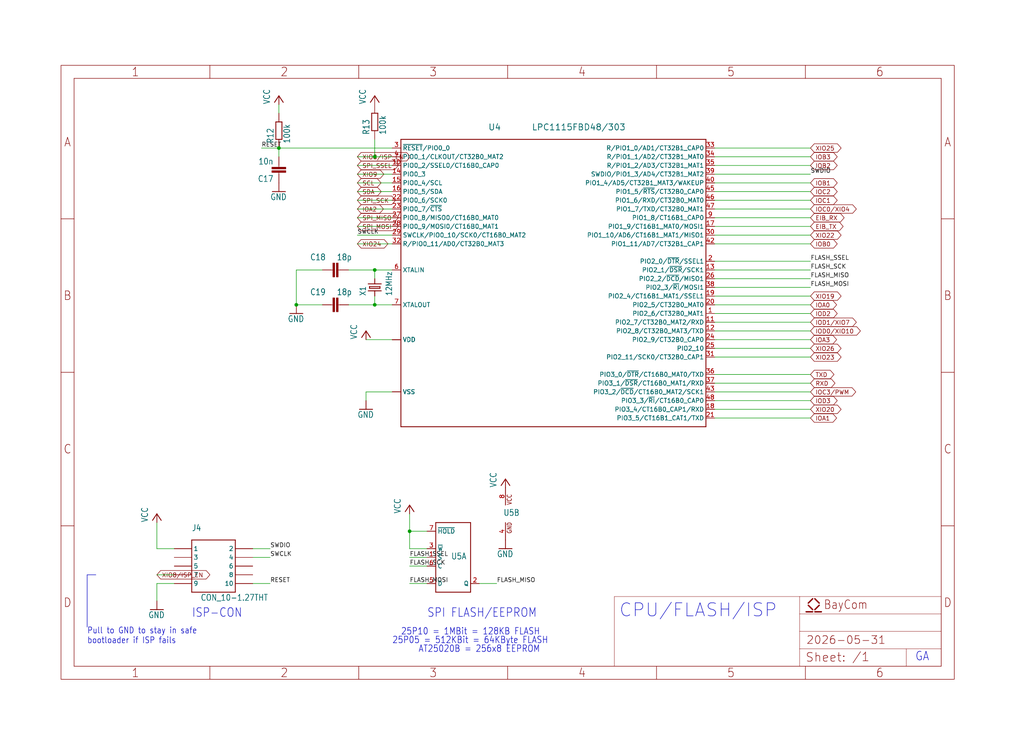
<source format=kicad_sch>
(kicad_sch (version 20230121) (generator eeschema)
  (paper "User" 298.45 217.322)
  (lib_symbols
    (symbol "gnax2-eagle-import:A4L-LOC"
      (symbol "A4L-LOC_1_0"
        (polyline (pts (xy 0 44.7675) (xy 3.81 44.7675)))
        (polyline (pts (xy 0 89.535) (xy 3.81 89.535)))
        (polyline (pts (xy 0 134.3025) (xy 3.81 134.3025)))
        (polyline (pts (xy 3.81 3.81) (xy 3.81 175.26)))
        (polyline (pts (xy 43.3917 0) (xy 43.3917 3.81)))
        (polyline (pts (xy 43.3917 175.26) (xy 43.3917 179.07)))
        (polyline (pts (xy 86.7833 0) (xy 86.7833 3.81)))
        (polyline (pts (xy 86.7833 175.26) (xy 86.7833 179.07)))
        (polyline (pts (xy 130.175 0) (xy 130.175 3.81)))
        (polyline (pts (xy 130.175 175.26) (xy 130.175 179.07)))
        (polyline (pts (xy 161.29 3.81) (xy 161.29 24.13)) (stroke (width 0.1016)))
        (polyline (pts (xy 161.29 24.13) (xy 215.265 24.13)) (stroke (width 0.1016)))
        (polyline (pts (xy 173.5667 0) (xy 173.5667 3.81)))
        (polyline (pts (xy 173.5667 175.26) (xy 173.5667 179.07)))
        (polyline (pts (xy 215.265 8.89) (xy 215.265 3.81)) (stroke (width 0.1016)))
        (polyline (pts (xy 215.265 8.89) (xy 215.265 13.97)) (stroke (width 0.1016)))
        (polyline (pts (xy 215.265 13.97) (xy 215.265 19.05)) (stroke (width 0.1016)))
        (polyline (pts (xy 215.265 13.97) (xy 256.54 13.97)) (stroke (width 0.1016)))
        (polyline (pts (xy 215.265 19.05) (xy 215.265 24.13)) (stroke (width 0.1016)))
        (polyline (pts (xy 215.265 19.05) (xy 256.54 19.05)) (stroke (width 0.1016)))
        (polyline (pts (xy 215.265 24.13) (xy 256.54 24.13)) (stroke (width 0.1016)))
        (polyline (pts (xy 216.9583 0) (xy 216.9583 3.81)))
        (polyline (pts (xy 216.9583 175.26) (xy 216.9583 179.07)))
        (polyline (pts (xy 217.17 19.685) (xy 219.075 19.685)) (stroke (width 0.4064)))
        (polyline (pts (xy 217.805 22.225) (xy 219.075 23.495)) (stroke (width 0.4064)))
        (polyline (pts (xy 219.075 20.32) (xy 217.805 21.59)) (stroke (width 0.4064)))
        (polyline (pts (xy 219.71 19.685) (xy 221.615 19.685)) (stroke (width 0.4064)))
        (polyline (pts (xy 219.71 23.495) (xy 220.98 22.225)) (stroke (width 0.4064)))
        (polyline (pts (xy 220.98 21.59) (xy 219.71 20.32)) (stroke (width 0.4064)))
        (polyline (pts (xy 246.38 3.81) (xy 246.38 8.89)) (stroke (width 0.1016)))
        (polyline (pts (xy 246.38 8.89) (xy 215.265 8.89)) (stroke (width 0.1016)))
        (polyline (pts (xy 246.38 8.89) (xy 256.54 8.89)) (stroke (width 0.1016)))
        (polyline (pts (xy 256.54 3.81) (xy 3.81 3.81)))
        (polyline (pts (xy 256.54 3.81) (xy 256.54 8.89)) (stroke (width 0.1016)))
        (polyline (pts (xy 256.54 3.81) (xy 256.54 175.26)))
        (polyline (pts (xy 256.54 8.89) (xy 256.54 13.97)) (stroke (width 0.1016)))
        (polyline (pts (xy 256.54 13.97) (xy 256.54 19.05)) (stroke (width 0.1016)))
        (polyline (pts (xy 256.54 19.05) (xy 256.54 24.13)) (stroke (width 0.1016)))
        (polyline (pts (xy 256.54 44.7675) (xy 260.35 44.7675)))
        (polyline (pts (xy 256.54 89.535) (xy 260.35 89.535)))
        (polyline (pts (xy 256.54 134.3025) (xy 260.35 134.3025)))
        (polyline (pts (xy 256.54 175.26) (xy 3.81 175.26)))
        (polyline (pts (xy 0 0) (xy 260.35 0) (xy 260.35 179.07) (xy 0 179.07) (xy 0 0)))
        (text "${#}/${##}" (at 230.505 5.08 0) (effects (font (size 2.54 2.54)) (justify left bottom)))
        (text "${CURRENT_DATE}" (at 217.17 10.16 0) (effects (font (size 2.286 2.286)) (justify left bottom)))
        (text "${PROJECTNAME}" (at 217.17 15.24 0) (effects (font (size 2.54 2.54)) (justify left bottom)))
        (text "1" (at 21.6958 1.905 0) (effects (font (size 2.54 2.286))))
        (text "1" (at 21.6958 177.165 0) (effects (font (size 2.54 2.286))))
        (text "2" (at 65.0875 1.905 0) (effects (font (size 2.54 2.286))))
        (text "2" (at 65.0875 177.165 0) (effects (font (size 2.54 2.286))))
        (text "3" (at 108.4792 1.905 0) (effects (font (size 2.54 2.286))))
        (text "3" (at 108.4792 177.165 0) (effects (font (size 2.54 2.286))))
        (text "4" (at 151.8708 1.905 0) (effects (font (size 2.54 2.286))))
        (text "4" (at 151.8708 177.165 0) (effects (font (size 2.54 2.286))))
        (text "5" (at 195.2625 1.905 0) (effects (font (size 2.54 2.286))))
        (text "5" (at 195.2625 177.165 0) (effects (font (size 2.54 2.286))))
        (text "6" (at 238.6542 1.905 0) (effects (font (size 2.54 2.286))))
        (text "6" (at 238.6542 177.165 0) (effects (font (size 2.54 2.286))))
        (text "A" (at 1.905 156.6863 0) (effects (font (size 2.54 2.286))))
        (text "A" (at 258.445 156.6863 0) (effects (font (size 2.54 2.286))))
        (text "B" (at 1.905 111.9188 0) (effects (font (size 2.54 2.286))))
        (text "B" (at 258.445 111.9188 0) (effects (font (size 2.54 2.286))))
        (text "BayCom" (at 222.25 20.32 0) (effects (font (size 2.54 2.159)) (justify left bottom)))
        (text "C" (at 1.905 67.1513 0) (effects (font (size 2.54 2.286))))
        (text "C" (at 258.445 67.1513 0) (effects (font (size 2.54 2.286))))
        (text "D" (at 1.905 22.3838 0) (effects (font (size 2.54 2.286))))
        (text "D" (at 258.445 22.3838 0) (effects (font (size 2.54 2.286))))
        (text "Sheet:" (at 216.916 4.953 0) (effects (font (size 2.54 2.54)) (justify left bottom)))
      )
    )
    (symbol "gnax2-eagle-import:C-EUC0603K"
      (property "Reference" "C" (at 1.524 0.381 0))
      (symbol "C-EUC0603K_1_0"
        (rectangle (start -2.032 -2.032) (end 2.032 -1.524) (fill (type outline)))
        (rectangle (start -2.032 -1.016) (end 2.032 -0.508) (fill (type outline)))
        (polyline (pts (xy 0 -2.54) (xy 0 -2.032)) (stroke (width 0.1524)))
        (polyline (pts (xy 0 0) (xy 0 -0.508)) (stroke (width 0.1524)))
        (pin passive line (at 0 2.54 270) (length 2.54) (name "1") (number "1"))
        (pin passive line (at 0 -5.08 90) (length 2.54) (name "2") (number "2"))
      )
    )
    (symbol "gnax2-eagle-import:CON_10-1.27THT"
      (property "Reference" "J" (at -7.62 7.62 0))
      (symbol "CON_10-1.27THT_1_0"
        (polyline (pts (xy -7.62 -10.16) (xy 5.08 -10.16)) (stroke (width 0.254)))
        (polyline (pts (xy -7.62 5.08) (xy -7.62 -10.16)) (stroke (width 0.254)))
        (polyline (pts (xy 5.08 -10.16) (xy 5.08 5.08)) (stroke (width 0.254)))
        (polyline (pts (xy 5.08 5.08) (xy -7.62 5.08)) (stroke (width 0.254)))
        (pin bidirectional line (at -12.7 2.54 0) (length 5.08) (name "1") (number "1"))
        (pin bidirectional line (at 10.16 -7.62 180) (length 5.08) (name "10") (number "10"))
        (pin bidirectional line (at 10.16 2.54 180) (length 5.08) (name "2") (number "2"))
        (pin bidirectional line (at -12.7 0 0) (length 5.08) (name "3") (number "3"))
        (pin bidirectional line (at 10.16 0 180) (length 5.08) (name "4") (number "4"))
        (pin bidirectional line (at -12.7 -2.54 0) (length 5.08) (name "5") (number "5"))
        (pin bidirectional line (at 10.16 -2.54 180) (length 5.08) (name "6") (number "6"))
        (pin bidirectional line (at -12.7 -5.08 0) (length 5.08) (name "7") (number "7"))
        (pin bidirectional line (at 10.16 -5.08 180) (length 5.08) (name "8") (number "8"))
        (pin bidirectional line (at -12.7 -7.62 0) (length 5.08) (name "9") (number "9"))
      )
    )
    (symbol "gnax2-eagle-import:GND" (power)
      (property "Value" "GND" (at -2.54 -2.54 0))
      (symbol "GND_1_0"
        (polyline (pts (xy -1.905 0) (xy 1.905 0)) (stroke (width 0.254)))
        (pin power_in line (at 0 2.54 270) (length 2.54) (name "GND") (number "1"))
      )
    )
    (symbol "gnax2-eagle-import:LPC1115FBD48/303"
      (property "Reference" "U" (at -43.18 43.18 0))
      (symbol "LPC1115FBD48/303_1_0"
        (polyline (pts (xy -43.18 -43.18) (xy -43.18 40.64)) (stroke (width 0.254)))
        (polyline (pts (xy -43.18 40.64) (xy 45.72 40.64)) (stroke (width 0.254)))
        (polyline (pts (xy 45.72 -43.18) (xy -43.18 -43.18)) (stroke (width 0.254)))
        (polyline (pts (xy 45.72 40.64) (xy 45.72 -43.18)) (stroke (width 0.254)))
        (pin bidirectional line (at 48.26 -10.16 180) (length 2.54) (name "PIO2_6/CT32B0_MAT1") (number "1"))
        (pin bidirectional line (at -45.72 33.02 0) (length 2.54) (name "PIO0_2/SSEL0/CT16B0_CAP0") (number "10"))
        (pin bidirectional line (at 48.26 -12.7 180) (length 2.54) (name "PIO2_7/CT32B0_MAT2/RXD") (number "11"))
        (pin bidirectional line (at 48.26 -15.24 180) (length 2.54) (name "PIO2_8/CT32B0_MAT3/TXD") (number "12"))
        (pin bidirectional line (at 48.26 2.54 180) (length 2.54) (name "PIO2_1/~{DSR}/SCK1") (number "13"))
        (pin bidirectional line (at -45.72 30.48 0) (length 2.54) (name "PIO0_3") (number "14"))
        (pin bidirectional line (at -45.72 27.94 0) (length 2.54) (name "PIO0_4/SCL") (number "15"))
        (pin bidirectional line (at -45.72 25.4 0) (length 2.54) (name "PIO0_5/SDA") (number "16"))
        (pin bidirectional line (at 48.26 15.24 180) (length 2.54) (name "PIO1_9/CT16B1_MAT0/MOSI1") (number "17"))
        (pin bidirectional line (at 48.26 -38.1 180) (length 2.54) (name "PIO3_4/CT16B0_CAP1/RXD") (number "18"))
        (pin bidirectional line (at 48.26 -5.08 180) (length 2.54) (name "PIO2_4/CT16B1_MAT1/SSEL1") (number "19"))
        (pin bidirectional line (at 48.26 5.08 180) (length 2.54) (name "PIO2_0/~{DTR}/SSEL1") (number "2"))
        (pin bidirectional line (at 48.26 -7.62 180) (length 2.54) (name "PIO2_5/CT32B0_MAT0") (number "20"))
        (pin bidirectional line (at 48.26 -40.64 180) (length 2.54) (name "PIO3_5/CT16B1_CAT1/TXD") (number "21"))
        (pin bidirectional line (at -45.72 22.86 0) (length 2.54) (name "PIO0_6/SCK0") (number "22"))
        (pin bidirectional line (at -45.72 20.32 0) (length 2.54) (name "PIO0_7/~{CTS}") (number "23"))
        (pin bidirectional line (at 48.26 -17.78 180) (length 2.54) (name "PIO2_9/CT32B0_CAP0") (number "24"))
        (pin bidirectional line (at 48.26 -20.32 180) (length 2.54) (name "PIO2_10") (number "25"))
        (pin bidirectional line (at 48.26 0 180) (length 2.54) (name "PIO2_2/~{DCD}/MISO1") (number "26"))
        (pin bidirectional line (at -45.72 17.78 0) (length 2.54) (name "PIO0_8/MISO0/CT16B0_MAT0") (number "27"))
        (pin bidirectional line (at -45.72 15.24 0) (length 2.54) (name "PIO0_9/MOSI0/CT16B0_MAT1") (number "28"))
        (pin bidirectional line (at -45.72 12.7 0) (length 2.54) (name "SWCLK/PIO0_10/SCK0/CT16B0_MAT2") (number "29"))
        (pin bidirectional line (at -45.72 38.1 0) (length 2.54) (name "~{RESET}/PIO0_0") (number "3"))
        (pin bidirectional line (at 48.26 12.7 180) (length 2.54) (name "PIO1_10/AD6/CT16B1_MAT1/MISO1") (number "30"))
        (pin bidirectional line (at 48.26 -22.86 180) (length 2.54) (name "PIO2_11/SCK0/CT32B0_CAP1") (number "31"))
        (pin bidirectional line (at -45.72 10.16 0) (length 2.54) (name "R/PIO0_11/AD0/CT32B0_MAT3") (number "32"))
        (pin bidirectional line (at 48.26 38.1 180) (length 2.54) (name "R/PIO1_0/AD1/CT32B1_CAP0") (number "33"))
        (pin bidirectional line (at 48.26 35.56 180) (length 2.54) (name "R/PIO1_1/AD2/CT32B1_MAT0") (number "34"))
        (pin bidirectional line (at 48.26 33.02 180) (length 2.54) (name "R/PIO1_2/AD3/CT32B1_MAT1") (number "35"))
        (pin bidirectional line (at 48.26 -27.94 180) (length 2.54) (name "PIO3_0/~{DTR}/CT16B0_MAT0/TXD") (number "36"))
        (pin bidirectional line (at 48.26 -30.48 180) (length 2.54) (name "PIO3_1/~{DSR}/CT16B0_MAT1/RXD") (number "37"))
        (pin bidirectional line (at 48.26 -2.54 180) (length 2.54) (name "PIO2_3/~{RI}/MOSI1") (number "38"))
        (pin bidirectional line (at 48.26 30.48 180) (length 2.54) (name "SWDIO/PIO1_3/AD4/CT32B1_MAT2") (number "39"))
        (pin bidirectional line (at -45.72 35.56 0) (length 2.54) (name "PIO0_1/CLKOUT/CT32B0_MAT2") (number "4"))
        (pin bidirectional line (at 48.26 27.94 180) (length 2.54) (name "PIO1_4/AD5/CT32B1_MAT3/WAKEUP") (number "40"))
        (pin power_in line (at -45.72 -33.02 0) (length 2.54) (name "VSS") (number "41"))
        (pin bidirectional line (at 48.26 10.16 180) (length 2.54) (name "PIO1_11/AD7/CT32B1_CAP1") (number "42"))
        (pin bidirectional line (at 48.26 -33.02 180) (length 2.54) (name "PIO3_2/~{DCD}/CT16B0_MAT2/SCK1") (number "43"))
        (pin power_in line (at -45.72 -17.78 0) (length 2.54) (name "VDD") (number "44"))
        (pin bidirectional line (at 48.26 25.4 180) (length 2.54) (name "PIO1_5/~{RTS}/CT32B0_CAP0") (number "45"))
        (pin bidirectional line (at 48.26 22.86 180) (length 2.54) (name "PIO1_6/RXD/CT32B0_MAT0") (number "46"))
        (pin bidirectional line (at 48.26 20.32 180) (length 2.54) (name "PIO1_7/TXD/CT32B0_MAT1") (number "47"))
        (pin bidirectional line (at 48.26 -35.56 180) (length 2.54) (name "PIO3_3/~{RI}/CT16B0_CAP0") (number "48"))
        (pin power_in line (at -45.72 -33.02 0) (length 2.54) (name "VSS") (number "5"))
        (pin input line (at -45.72 2.54 0) (length 2.54) (name "XTALIN") (number "6"))
        (pin output line (at -45.72 -7.62 0) (length 2.54) (name "XTALOUT") (number "7"))
        (pin power_in line (at -45.72 -17.78 0) (length 2.54) (name "VDD") (number "8"))
        (pin bidirectional line (at 48.26 17.78 180) (length 2.54) (name "PIO1_8/CT16B1_CAP0") (number "9"))
      )
    )
    (symbol "gnax2-eagle-import:R-EU_R0603"
      (property "Reference" "R" (at -3.81 1.4986 0))
      (symbol "R-EU_R0603_1_0"
        (polyline (pts (xy -2.54 -0.889) (xy -2.54 0.889)) (stroke (width 0.254)))
        (polyline (pts (xy -2.54 -0.889) (xy 2.54 -0.889)) (stroke (width 0.254)))
        (polyline (pts (xy 2.54 -0.889) (xy 2.54 0.889)) (stroke (width 0.254)))
        (polyline (pts (xy 2.54 0.889) (xy -2.54 0.889)) (stroke (width 0.254)))
        (pin passive line (at -5.08 0 0) (length 2.54) (name "1") (number "1"))
        (pin passive line (at 5.08 0 180) (length 2.54) (name "2") (number "2"))
      )
    )
    (symbol "gnax2-eagle-import:ST95P08M"
      (property "Reference" "IC" (at -0.635 -0.635 0))
      (symbol "ST95P08M_1_0"
        (polyline (pts (xy -5.08 -10.16) (xy 5.08 -10.16)) (stroke (width 0.254)))
        (polyline (pts (xy -5.08 10.16) (xy -5.08 -10.16)) (stroke (width 0.254)))
        (polyline (pts (xy 5.08 -10.16) (xy 5.08 10.16)) (stroke (width 0.254)))
        (polyline (pts (xy 5.08 10.16) (xy -5.08 10.16)) (stroke (width 0.254)))
        (pin input line (at -7.62 0 0) (length 2.54) (name "~{S}") (number "1"))
        (pin tri_state line (at 7.62 -7.62 180) (length 2.54) (name "Q") (number "2"))
        (pin input line (at -7.62 2.54 0) (length 2.54) (name "~{W}") (number "3"))
        (pin input line (at -7.62 -7.62 0) (length 2.54) (name "D") (number "5"))
        (pin input line (at -7.62 -2.54 0) (length 2.54) (name "C") (number "6"))
        (pin input line (at -7.62 7.62 0) (length 2.54) (name "~{HOLD}") (number "7"))
      )
      (symbol "ST95P08M_2_0"
        (text "GND" (at 1.905 -5.842 900) (effects (font (size 1.27 1.0795)) (justify left bottom)))
        (text "VCC" (at 1.905 2.54 900) (effects (font (size 1.27 1.0795)) (justify left bottom)))
        (pin power_in line (at 0 -7.62 90) (length 5.08) (name "GND") (number "4"))
        (pin power_in line (at 0 7.62 270) (length 5.08) (name "VCC") (number "8"))
      )
    )
    (symbol "gnax2-eagle-import:VCC" (power)
      (property "Value" "VCC" (at -2.54 -2.54 90))
      (symbol "VCC_1_0"
        (polyline (pts (xy 0 0) (xy -1.27 -1.905)) (stroke (width 0.254)))
        (polyline (pts (xy 1.27 -1.905) (xy 0 0)) (stroke (width 0.254)))
        (pin power_in line (at 0 -2.54 90) (length 2.54) (name "VCC") (number "1"))
      )
    )
    (symbol "gnax2-eagle-import:XTAL5X3.2"
      (property "Reference" "X" (at -2.54 2.54 0))
      (symbol "XTAL5X3.2_1_0"
        (polyline (pts (xy -2.54 0) (xy -1.016 0)) (stroke (width 0.254)))
        (polyline (pts (xy -1.016 0) (xy -1.016 -1.905)) (stroke (width 0.254)))
        (polyline (pts (xy -1.016 1.905) (xy -1.016 0)) (stroke (width 0.254)))
        (polyline (pts (xy -0.254 -1.524) (xy 0.254 -1.524)) (stroke (width 0.254)))
        (polyline (pts (xy -0.254 1.524) (xy -0.254 -1.524)) (stroke (width 0.254)))
        (polyline (pts (xy 0.254 -1.524) (xy 0.254 1.524)) (stroke (width 0.254)))
        (polyline (pts (xy 0.254 1.524) (xy -0.254 1.524)) (stroke (width 0.254)))
        (polyline (pts (xy 1.016 0) (xy 1.016 -1.905)) (stroke (width 0.254)))
        (polyline (pts (xy 1.016 1.905) (xy 1.016 0)) (stroke (width 0.254)))
        (polyline (pts (xy 2.54 0) (xy 1.016 0)) (stroke (width 0.254)))
        (pin bidirectional line (at -2.54 0 0) (length 0) (name "P$1") (number "1"))
        (pin bidirectional line (at 2.54 0 180) (length 0) (name "P$2") (number "2"))
      )
    )
  )
  (junction (at 109.22 45.72))
  (junction (at 109.22 78.74))
  (junction (at 109.22 88.9))
  (junction (at 86.36 88.9))
  (junction (at 81.28 43.18))
  (junction (at 119.38 154.94))
  (wire (pts (xy 208.28 88.9) (xy 236.22 88.9)) (stroke (width 0.1524)))
  (wire (pts (xy 114.3 43.18) (xy 81.28 43.18)) (stroke (width 0.1524)))
  (wire (pts (xy 208.28 119.38) (xy 236.22 119.38)) (stroke (width 0.1524)))
  (wire (pts (xy 81.28 43.18) (xy 76.2 43.18)) (stroke (width 0.1524)))
  (wire (pts (xy 81.28 33.02) (xy 81.28 30.48)) (stroke (width 0.1524)))
  (wire (pts (xy 45.72 170.18) (xy 45.72 175.26)) (stroke (width 0.1524)))
  (wire (pts (xy 208.28 55.88) (xy 236.22 55.88)) (stroke (width 0.1524)))
  (wire (pts (xy 114.3 53.34) (xy 104.14 53.34)) (stroke (width 0.1524)))
  (wire (pts (xy 114.3 99.06) (xy 106.68 99.06)) (stroke (width 0.1524)))
  (wire (pts (xy 114.3 63.5) (xy 104.14 63.5)) (stroke (width 0.1524)))
  (polyline (pts (xy 25.4 167.64) (xy 27.94 167.64)) (stroke (width 0.1524) (type solid)))
  (wire (pts (xy 208.28 45.72) (xy 236.22 45.72)) (stroke (width 0.1524)))
  (wire (pts (xy 208.28 114.3) (xy 236.22 114.3)) (stroke (width 0.1524)))
  (wire (pts (xy 208.28 93.98) (xy 236.22 93.98)) (stroke (width 0.1524)))
  (wire (pts (xy 208.28 101.6) (xy 236.22 101.6)) (stroke (width 0.1524)))
  (wire (pts (xy 124.46 162.56) (xy 119.38 162.56)) (stroke (width 0.1524)))
  (wire (pts (xy 119.38 160.02) (xy 119.38 154.94)) (stroke (width 0.1524)))
  (wire (pts (xy 109.22 45.72) (xy 104.14 45.72)) (stroke (width 0.1524)))
  (wire (pts (xy 86.36 78.74) (xy 86.36 88.9)) (stroke (width 0.1524)))
  (wire (pts (xy 50.8 170.18) (xy 45.72 170.18)) (stroke (width 0.1524)))
  (wire (pts (xy 208.28 53.34) (xy 236.22 53.34)) (stroke (width 0.1524)))
  (wire (pts (xy 109.22 86.36) (xy 109.22 88.9)) (stroke (width 0.1524)))
  (wire (pts (xy 124.46 170.18) (xy 119.38 170.18)) (stroke (width 0.1524)))
  (wire (pts (xy 208.28 50.8) (xy 236.22 50.8)) (stroke (width 0.1524)))
  (wire (pts (xy 119.38 154.94) (xy 119.38 149.86)) (stroke (width 0.1524)))
  (wire (pts (xy 81.28 43.18) (xy 81.28 45.72)) (stroke (width 0.1524)))
  (wire (pts (xy 208.28 109.22) (xy 236.22 109.22)) (stroke (width 0.1524)))
  (wire (pts (xy 208.28 81.28) (xy 236.22 81.28)) (stroke (width 0.1524)))
  (wire (pts (xy 208.28 78.74) (xy 236.22 78.74)) (stroke (width 0.1524)))
  (wire (pts (xy 208.28 83.82) (xy 236.22 83.82)) (stroke (width 0.1524)))
  (wire (pts (xy 114.3 58.42) (xy 104.14 58.42)) (stroke (width 0.1524)))
  (wire (pts (xy 208.28 43.18) (xy 236.22 43.18)) (stroke (width 0.1524)))
  (wire (pts (xy 208.28 58.42) (xy 236.22 58.42)) (stroke (width 0.1524)))
  (wire (pts (xy 124.46 160.02) (xy 119.38 160.02)) (stroke (width 0.1524)))
  (wire (pts (xy 208.28 60.96) (xy 236.22 60.96)) (stroke (width 0.1524)))
  (wire (pts (xy 208.28 104.14) (xy 236.22 104.14)) (stroke (width 0.1524)))
  (wire (pts (xy 109.22 81.28) (xy 109.22 78.74)) (stroke (width 0.1524)))
  (wire (pts (xy 124.46 165.1) (xy 119.38 165.1)) (stroke (width 0.1524)))
  (polyline (pts (xy 25.4 182.88) (xy 25.4 167.64)) (stroke (width 0.1524) (type solid)))
  (wire (pts (xy 208.28 76.2) (xy 236.22 76.2)) (stroke (width 0.1524)))
  (wire (pts (xy 114.3 50.8) (xy 104.14 50.8)) (stroke (width 0.1524)))
  (wire (pts (xy 208.28 86.36) (xy 236.22 86.36)) (stroke (width 0.1524)))
  (wire (pts (xy 208.28 66.04) (xy 236.22 66.04)) (stroke (width 0.1524)))
  (wire (pts (xy 124.46 154.94) (xy 119.38 154.94)) (stroke (width 0.1524)))
  (wire (pts (xy 208.28 48.26) (xy 236.22 48.26)) (stroke (width 0.1524)))
  (wire (pts (xy 114.3 60.96) (xy 104.14 60.96)) (stroke (width 0.1524)))
  (wire (pts (xy 73.66 170.18) (xy 78.74 170.18)) (stroke (width 0.1524)))
  (wire (pts (xy 73.66 160.02) (xy 78.74 160.02)) (stroke (width 0.1524)))
  (wire (pts (xy 114.3 66.04) (xy 104.14 66.04)) (stroke (width 0.1524)))
  (wire (pts (xy 101.6 78.74) (xy 109.22 78.74)) (stroke (width 0.1524)))
  (wire (pts (xy 50.8 160.02) (xy 45.72 160.02)) (stroke (width 0.1524)))
  (wire (pts (xy 208.28 71.12) (xy 236.22 71.12)) (stroke (width 0.1524)))
  (wire (pts (xy 208.28 96.52) (xy 236.22 96.52)) (stroke (width 0.1524)))
  (wire (pts (xy 109.22 88.9) (xy 114.3 88.9)) (stroke (width 0.1524)))
  (wire (pts (xy 45.72 160.02) (xy 45.72 152.4)) (stroke (width 0.1524)))
  (wire (pts (xy 114.3 71.12) (xy 104.14 71.12)) (stroke (width 0.1524)))
  (wire (pts (xy 109.22 40.64) (xy 109.22 45.72)) (stroke (width 0.1524)))
  (wire (pts (xy 208.28 116.84) (xy 236.22 116.84)) (stroke (width 0.1524)))
  (wire (pts (xy 93.98 78.74) (xy 86.36 78.74)) (stroke (width 0.1524)))
  (wire (pts (xy 139.7 170.18) (xy 144.78 170.18)) (stroke (width 0.1524)))
  (wire (pts (xy 208.28 68.58) (xy 236.22 68.58)) (stroke (width 0.1524)))
  (wire (pts (xy 86.36 88.9) (xy 93.98 88.9)) (stroke (width 0.1524)))
  (wire (pts (xy 101.6 88.9) (xy 109.22 88.9)) (stroke (width 0.1524)))
  (wire (pts (xy 106.68 114.3) (xy 106.68 116.84)) (stroke (width 0.1524)))
  (wire (pts (xy 73.66 162.56) (xy 78.74 162.56)) (stroke (width 0.1524)))
  (wire (pts (xy 50.8 167.64) (xy 45.72 167.64)) (stroke (width 0.1524)))
  (wire (pts (xy 208.28 121.92) (xy 236.22 121.92)) (stroke (width 0.1524)))
  (wire (pts (xy 208.28 99.06) (xy 236.22 99.06)) (stroke (width 0.1524)))
  (wire (pts (xy 208.28 111.76) (xy 236.22 111.76)) (stroke (width 0.1524)))
  (wire (pts (xy 208.28 63.5) (xy 236.22 63.5)) (stroke (width 0.1524)))
  (wire (pts (xy 114.3 68.58) (xy 104.14 68.58)) (stroke (width 0.1524)))
  (wire (pts (xy 109.22 78.74) (xy 114.3 78.74)) (stroke (width 0.1524)))
  (wire (pts (xy 114.3 55.88) (xy 104.14 55.88)) (stroke (width 0.1524)))
  (wire (pts (xy 114.3 48.26) (xy 104.14 48.26)) (stroke (width 0.1524)))
  (wire (pts (xy 208.28 91.44) (xy 236.22 91.44)) (stroke (width 0.1524)))
  (wire (pts (xy 114.3 45.72) (xy 109.22 45.72)) (stroke (width 0.1524)))
  (wire (pts (xy 114.3 114.3) (xy 106.68 114.3)) (stroke (width 0.1524)))
  (text "25P10 = 1MBit = 128KB FLASH" (at 116.84 185.42 0) (effects (font (size 1.9304 1.6408)) (justify left bottom)))
  (text "25P05 = 512KBit = 64KByte FLASH" (at 114.3 187.96 0) (effects (font (size 1.9304 1.6408)) (justify left bottom)))
  (text "ISP-CON" (at 55.88 180.34 0) (effects (font (size 2.54 2.159)) (justify left bottom)))
  (text "GA" (at 266.7 193.04 0) (effects (font (size 2.54 2.159)) (justify left bottom)))
  (text "CPU/FLASH/ISP" (at 180.34 180.34 0) (effects (font (size 3.81 3.81)) (justify left bottom)))
  (text "AT25020B = 256x8 EEPROM" (at 121.92 190.5 0) (effects (font (size 1.9304 1.6408)) (justify left bottom)))
  (text "SPI FLASH/EEPROM" (at 124.46 180.34 0) (effects (font (size 2.54 2.159)) (justify left bottom)))
  (text "Pull to GND to stay in safe\nbootloader if ISP fails" (at 25.4 187.96 0) (effects (font (size 1.778 1.5113)) (justify left bottom)))
  (label "FLASH_SCK" (at 236.22 78.74 0) (effects (font (size 1.2446 1.2446))))
  (label "RESET" (at 78.74 170.18 0) (effects (font (size 1.2446 1.2446))))
  (label "FLASH_MISO" (at 144.78 170.18 0) (effects (font (size 1.2446 1.2446))))
  (label "FLASH_MOSI" (at 119.38 170.18 0) (effects (font (size 1.2446 1.2446))))
  (label "FLASH_MOSI" (at 236.22 83.82 0) (effects (font (size 1.2446 1.2446))))
  (label "RESET" (at 76.2 43.18 0) (effects (font (size 1.2446 1.2446))))
  (label "FLASH_SSEL" (at 236.22 76.2 0) (effects (font (size 1.2446 1.2446))))
  (label "FLASH_SSEL" (at 119.38 162.56 0) (effects (font (size 1.2446 1.2446))))
  (label "SWCLK" (at 78.74 162.56 0) (effects (font (size 1.2446 1.2446))))
  (label "FLASH_SCK" (at 119.38 165.1 0) (effects (font (size 1.2446 1.2446))))
  (label "SWCLK" (at 104.14 68.58 0) (effects (font (size 1.2446 1.2446))))
  (label "SWDIO" (at 236.22 50.8 0) (effects (font (size 1.2446 1.2446))))
  (label "SWDIO" (at 78.74 160.02 0) (effects (font (size 1.2446 1.2446))))
  (label "FLASH_MISO" (at 236.22 81.28 0) (effects (font (size 1.2446 1.2446))))
  (global_label "IOA0" (shape bidirectional) (at 236.22 88.9 0) (effects (font (size 1.2446 1.2446))) (property "Intersheetrefs" "${INTERSHEET_REFS}" (effects hide)))
  (global_label "IOD2" (shape bidirectional) (at 236.22 91.44 0) (effects (font (size 1.2446 1.2446))) (property "Intersheetrefs" "${INTERSHEET_REFS}" (effects hide)))
  (global_label "SDA" (shape bidirectional) (at 104.14 55.88 0) (effects (font (size 1.2446 1.2446))) (property "Intersheetrefs" "${INTERSHEET_REFS}" (effects hide)))
  (global_label "SCL" (shape bidirectional) (at 104.14 53.34 0) (effects (font (size 1.2446 1.2446))) (property "Intersheetrefs" "${INTERSHEET_REFS}" (effects hide)))
  (global_label "SPI_SCK" (shape bidirectional) (at 104.14 58.42 0) (effects (font (size 1.2446 1.2446))) (property "Intersheetrefs" "${INTERSHEET_REFS}" (effects hide)))
  (global_label "IOA3" (shape bidirectional) (at 236.22 99.06 0) (effects (font (size 1.2446 1.2446))) (property "Intersheetrefs" "${INTERSHEET_REFS}" (effects hide)))
  (global_label "SPI_SSEL" (shape bidirectional) (at 104.14 48.26 0) (effects (font (size 1.2446 1.2446))) (property "Intersheetrefs" "${INTERSHEET_REFS}" (effects hide)))
  (global_label "XIO9" (shape bidirectional) (at 104.14 50.8 0) (effects (font (size 1.2446 1.2446))) (property "Intersheetrefs" "${INTERSHEET_REFS}" (effects hide)))
  (global_label "IOD3" (shape bidirectional) (at 236.22 116.84 0) (effects (font (size 1.2446 1.2446))) (property "Intersheetrefs" "${INTERSHEET_REFS}" (effects hide)))
  (global_label "IOA1" (shape bidirectional) (at 236.22 121.92 0) (effects (font (size 1.2446 1.2446))) (property "Intersheetrefs" "${INTERSHEET_REFS}" (effects hide)))
  (global_label "IOC2" (shape bidirectional) (at 236.22 55.88 0) (effects (font (size 1.2446 1.2446))) (property "Intersheetrefs" "${INTERSHEET_REFS}" (effects hide)))
  (global_label "IOB3" (shape bidirectional) (at 236.22 45.72 0) (effects (font (size 1.2446 1.2446))) (property "Intersheetrefs" "${INTERSHEET_REFS}" (effects hide)))
  (global_label "XIO23" (shape bidirectional) (at 236.22 104.14 0) (effects (font (size 1.2446 1.2446))) (property "Intersheetrefs" "${INTERSHEET_REFS}" (effects hide)))
  (global_label "RXD" (shape bidirectional) (at 236.22 111.76 0) (effects (font (size 1.2446 1.2446))) (property "Intersheetrefs" "${INTERSHEET_REFS}" (effects hide)))
  (global_label "IOC0/XIO4" (shape bidirectional) (at 236.22 60.96 0) (effects (font (size 1.2446 1.2446))) (property "Intersheetrefs" "${INTERSHEET_REFS}" (effects hide)))
  (global_label "EIB_TX" (shape bidirectional) (at 236.22 66.04 0) (effects (font (size 1.2446 1.2446))) (property "Intersheetrefs" "${INTERSHEET_REFS}" (effects hide)))
  (global_label "IOC1" (shape bidirectional) (at 236.22 58.42 0) (effects (font (size 1.2446 1.2446))) (property "Intersheetrefs" "${INTERSHEET_REFS}" (effects hide)))
  (global_label "XIO20" (shape bidirectional) (at 236.22 119.38 0) (effects (font (size 1.2446 1.2446))) (property "Intersheetrefs" "${INTERSHEET_REFS}" (effects hide)))
  (global_label "XIO19" (shape bidirectional) (at 236.22 86.36 0) (effects (font (size 1.2446 1.2446))) (property "Intersheetrefs" "${INTERSHEET_REFS}" (effects hide)))
  (global_label "XIO8/ISP_EN" (shape bidirectional) (at 104.14 45.72 0) (effects (font (size 1.2446 1.2446))) (property "Intersheetrefs" "${INTERSHEET_REFS}" (effects hide)))
  (global_label "IOB2" (shape bidirectional) (at 236.22 48.26 0) (effects (font (size 1.2446 1.2446))) (property "Intersheetrefs" "${INTERSHEET_REFS}" (effects hide)))
  (global_label "SPI_MOSI" (shape bidirectional) (at 104.14 66.04 0) (effects (font (size 1.2446 1.2446))) (property "Intersheetrefs" "${INTERSHEET_REFS}" (effects hide)))
  (global_label "IOD0/XIO10" (shape bidirectional) (at 236.22 96.52 0) (effects (font (size 1.2446 1.2446))) (property "Intersheetrefs" "${INTERSHEET_REFS}" (effects hide)))
  (global_label "TXD" (shape bidirectional) (at 236.22 109.22 0) (effects (font (size 1.2446 1.2446))) (property "Intersheetrefs" "${INTERSHEET_REFS}" (effects hide)))
  (global_label "IOA2" (shape bidirectional) (at 104.14 60.96 0) (effects (font (size 1.2446 1.2446))) (property "Intersheetrefs" "${INTERSHEET_REFS}" (effects hide)))
  (global_label "XIO8/ISP_EN" (shape bidirectional) (at 45.72 167.64 0) (effects (font (size 1.2446 1.2446))) (property "Intersheetrefs" "${INTERSHEET_REFS}" (effects hide)))
  (global_label "IOD1/XIO7" (shape bidirectional) (at 236.22 93.98 0) (effects (font (size 1.2446 1.2446))) (property "Intersheetrefs" "${INTERSHEET_REFS}" (effects hide)))
  (global_label "XIO24" (shape bidirectional) (at 104.14 71.12 0) (effects (font (size 1.2446 1.2446))) (property "Intersheetrefs" "${INTERSHEET_REFS}" (effects hide)))
  (global_label "XIO25" (shape bidirectional) (at 236.22 43.18 0) (effects (font (size 1.2446 1.2446))) (property "Intersheetrefs" "${INTERSHEET_REFS}" (effects hide)))
  (global_label "SPI_MISO" (shape bidirectional) (at 104.14 63.5 0) (effects (font (size 1.2446 1.2446))) (property "Intersheetrefs" "${INTERSHEET_REFS}" (effects hide)))
  (global_label "IOB0" (shape bidirectional) (at 236.22 71.12 0) (effects (font (size 1.2446 1.2446))) (property "Intersheetrefs" "${INTERSHEET_REFS}" (effects hide)))
  (global_label "IOB1" (shape bidirectional) (at 236.22 53.34 0) (effects (font (size 1.2446 1.2446))) (property "Intersheetrefs" "${INTERSHEET_REFS}" (effects hide)))
  (global_label "XIO26" (shape bidirectional) (at 236.22 101.6 0) (effects (font (size 1.2446 1.2446))) (property "Intersheetrefs" "${INTERSHEET_REFS}" (effects hide)))
  (global_label "XIO22" (shape bidirectional) (at 236.22 68.58 0) (effects (font (size 1.2446 1.2446))) (property "Intersheetrefs" "${INTERSHEET_REFS}" (effects hide)))
  (global_label "EIB_RX" (shape bidirectional) (at 236.22 63.5 0) (effects (font (size 1.2446 1.2446))) (property "Intersheetrefs" "${INTERSHEET_REFS}" (effects hide)))
  (global_label "IOC3/PWM" (shape bidirectional) (at 236.22 114.3 0) (effects (font (size 1.2446 1.2446))) (property "Intersheetrefs" "${INTERSHEET_REFS}" (effects hide)))
  (symbol (lib_id "gnax2-eagle-import:VCC") (at 147.32 139.7 0) (unit 1)
    (property "Reference" "#P+6" (effects hide))
    (property "Value" "VCC" (at 144.78 142.24 90) (effects (font (size 1.778 1.5113)) (justify left bottom)))
  )
  (symbol (lib_id "gnax2-eagle-import:GND") (at 86.36 91.44 0) (unit 1)
    (property "Reference" "#GND9" (effects hide))
    (property "Value" "GND" (at 83.82 93.98 0) (effects (font (size 1.778 1.5113)) (justify left bottom)))
  )
  (symbol (lib_id "gnax2-eagle-import:VCC") (at 81.28 27.94 0) (unit 1)
    (property "Reference" "#P+2" (effects hide))
    (property "Value" "VCC" (at 78.74 30.48 90) (effects (font (size 1.778 1.5113)) (justify left bottom)))
  )
  (symbol (lib_id "gnax2-eagle-import:ST95P08M") (at 132.08 162.56 0) (unit 1)
    (property "Reference" "U5" (at 131.445 163.195 0) (effects (font (size 1.778 1.5113)) (justify left bottom)))
    (property "Value" "ST95P08M" (effects hide))
    (property "Footprint" "gnax2:SO08" (effects hide))
  )
  (symbol (lib_id "gnax2-eagle-import:R-EU_R0603") (at 81.28 38.1 90) (unit 1)
    (property "Reference" "R12" (at 79.7814 41.91 0) (effects (font (size 1.778 1.5113)) (justify left bottom)))
    (property "Value" "100k" (at 84.582 41.91 0) (effects (font (size 1.778 1.5113)) (justify left bottom)))
    (property "Footprint" "gnax2:R0603" (effects hide))
  )
  (symbol (lib_id "gnax2-eagle-import:CON_10-1.27THT") (at 63.5 162.56 0) (unit 1)
    (property "Reference" "J4" (at 55.88 154.94 0) (effects (font (size 1.778 1.5113)) (justify left bottom)))
    (property "Value" "CON_10-1.27THT" (at 58.42 175.26 0) (effects (font (size 1.778 1.5113)) (justify left bottom)))
    (property "Footprint" "gnax2:CON2X5_127-THT" (effects hide))
  )
  (symbol (lib_id "gnax2-eagle-import:ST95P08M") (at 147.32 149.86 0) (unit 2)
    (property "Reference" "U5" (at 146.685 150.495 0) (effects (font (size 1.778 1.5113)) (justify left bottom)))
    (property "Value" "ST95P08M" (effects hide))
    (property "Footprint" "gnax2:SO08" (effects hide))
  )
  (symbol (lib_id "gnax2-eagle-import:VCC") (at 106.68 96.52 0) (unit 1)
    (property "Reference" "#P+3" (effects hide))
    (property "Value" "VCC" (at 104.14 99.06 90) (effects (font (size 1.778 1.5113)) (justify left bottom)))
  )
  (symbol (lib_id "gnax2-eagle-import:C-EUC0603K") (at 96.52 78.74 90) (unit 1)
    (property "Reference" "C18" (at 94.996 74.041 90) (effects (font (size 1.778 1.5113)) (justify left bottom)))
    (property "Value" "18p" (at 102.616 74.041 90) (effects (font (size 1.778 1.5113)) (justify left bottom)))
    (property "Footprint" "gnax2:C0603K" (effects hide))
  )
  (symbol (lib_id "gnax2-eagle-import:GND") (at 106.68 119.38 0) (unit 1)
    (property "Reference" "#GND10" (effects hide))
    (property "Value" "GND" (at 104.14 121.92 0) (effects (font (size 1.778 1.5113)) (justify left bottom)))
  )
  (symbol (lib_id "gnax2-eagle-import:C-EUC0603K") (at 96.52 88.9 90) (unit 1)
    (property "Reference" "C19" (at 94.996 84.201 90) (effects (font (size 1.778 1.5113)) (justify left bottom)))
    (property "Value" "18p" (at 102.616 84.201 90) (effects (font (size 1.778 1.5113)) (justify left bottom)))
    (property "Footprint" "gnax2:C0603K" (effects hide))
  )
  (symbol (lib_id "gnax2-eagle-import:VCC") (at 109.22 27.94 0) (unit 1)
    (property "Reference" "#P+4" (effects hide))
    (property "Value" "VCC" (at 106.68 30.48 90) (effects (font (size 1.778 1.5113)) (justify left bottom)))
  )
  (symbol (lib_id "gnax2-eagle-import:LPC1115FBD48/303") (at 160.02 81.28 0) (unit 1)
    (property "Reference" "U4" (at 142.24 38.1 0) (effects (font (size 1.778 1.778)) (justify left bottom)))
    (property "Value" "LPC1115FBD48/303" (at 154.94 38.1 0) (effects (font (size 1.778 1.778)) (justify left bottom)))
    (property "Footprint" "gnax2:SOT313-2" (effects hide))
  )
  (symbol (lib_id "gnax2-eagle-import:GND") (at 45.72 177.8 0) (unit 1)
    (property "Reference" "#GND7" (effects hide))
    (property "Value" "GND" (at 43.18 180.34 0) (effects (font (size 1.778 1.5113)) (justify left bottom)))
  )
  (symbol (lib_id "gnax2-eagle-import:VCC") (at 45.72 149.86 0) (unit 1)
    (property "Reference" "#P+1" (effects hide))
    (property "Value" "VCC" (at 43.18 152.4 90) (effects (font (size 1.778 1.5113)) (justify left bottom)))
  )
  (symbol (lib_id "gnax2-eagle-import:VCC") (at 119.38 147.32 0) (unit 1)
    (property "Reference" "#P+5" (effects hide))
    (property "Value" "VCC" (at 116.84 149.86 90) (effects (font (size 1.778 1.5113)) (justify left bottom)))
  )
  (symbol (lib_id "gnax2-eagle-import:A4L-LOC") (at 17.78 198.12 0) (unit 1)
    (property "Reference" "#FRAME2" (effects hide))
    (property "Value" "A4L-LOC" (effects hide))
  )
  (symbol (lib_id "gnax2-eagle-import:GND") (at 81.28 55.88 0) (unit 1)
    (property "Reference" "#GND8" (effects hide))
    (property "Value" "GND" (at 78.74 58.42 0) (effects (font (size 1.778 1.5113)) (justify left bottom)))
  )
  (symbol (lib_id "gnax2-eagle-import:XTAL5X3.2") (at 109.22 83.82 90) (unit 1)
    (property "Reference" "X1" (at 106.68 86.36 0) (effects (font (size 1.6764 1.4249)) (justify left bottom)))
    (property "Value" "12MHz" (at 114.3 86.36 0) (effects (font (size 1.6764 1.4249)) (justify left bottom)))
    (property "Footprint" "gnax2:XTAL_5X3.2" (effects hide))
  )
  (symbol (lib_id "gnax2-eagle-import:R-EU_R0603") (at 109.22 35.56 90) (unit 1)
    (property "Reference" "R13" (at 107.7214 39.37 0) (effects (font (size 1.778 1.5113)) (justify left bottom)))
    (property "Value" "100k" (at 112.522 39.37 0) (effects (font (size 1.778 1.5113)) (justify left bottom)))
    (property "Footprint" "gnax2:R0603" (effects hide))
  )
  (symbol (lib_id "gnax2-eagle-import:C-EUC0603K") (at 81.28 50.8 180) (unit 1)
    (property "Reference" "C17" (at 79.756 51.181 0) (effects (font (size 1.778 1.5113)) (justify left bottom)))
    (property "Value" "10n" (at 79.756 46.101 0) (effects (font (size 1.778 1.5113)) (justify left bottom)))
    (property "Footprint" "gnax2:C0603K" (effects hide))
  )
  (symbol (lib_id "gnax2-eagle-import:GND") (at 147.32 160.02 0) (unit 1)
    (property "Reference" "#GND11" (effects hide))
    (property "Value" "GND" (at 144.78 162.56 0) (effects (font (size 1.778 1.5113)) (justify left bottom)))
  )
)
</source>
